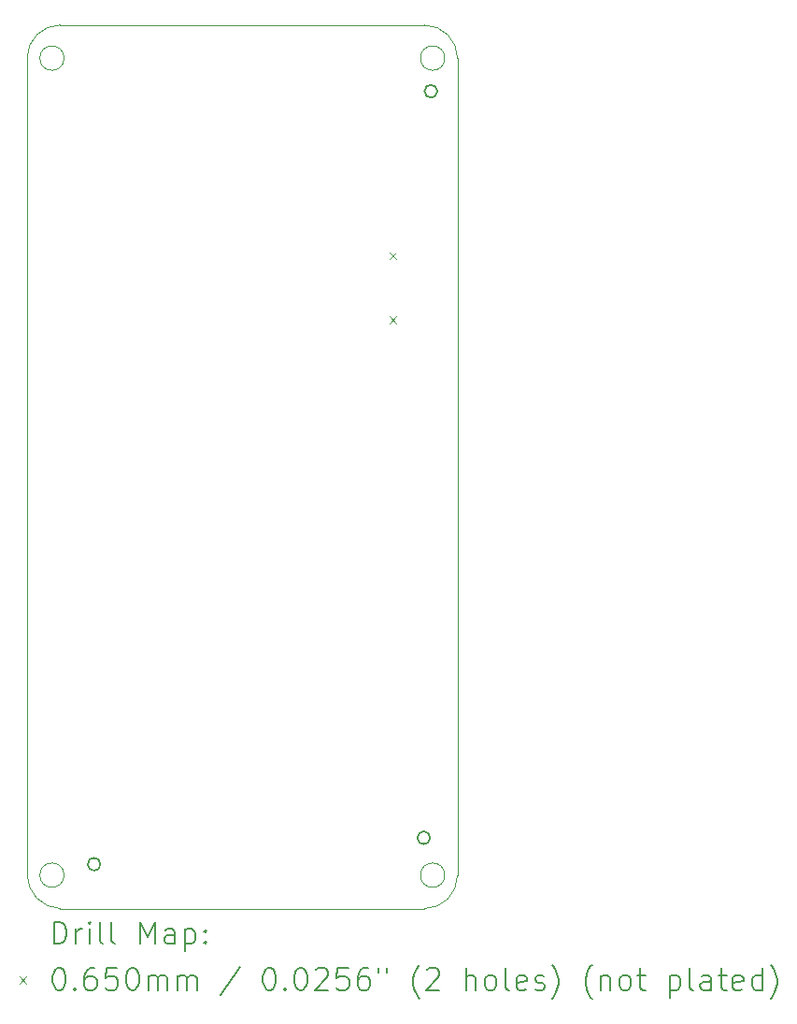
<source format=gbr>
%TF.GenerationSoftware,KiCad,Pcbnew,7.0.2-0*%
%TF.CreationDate,2023-10-23T21:08:17-05:00*%
%TF.ProjectId,Flight Computer,466c6967-6874-4204-936f-6d7075746572,1.1*%
%TF.SameCoordinates,Original*%
%TF.FileFunction,Drillmap*%
%TF.FilePolarity,Positive*%
%FSLAX45Y45*%
G04 Gerber Fmt 4.5, Leading zero omitted, Abs format (unit mm)*
G04 Created by KiCad (PCBNEW 7.0.2-0) date 2023-10-23 21:08:17*
%MOMM*%
%LPD*%
G01*
G04 APERTURE LIST*
%ADD10C,0.100000*%
%ADD11C,0.150000*%
%ADD12C,0.200000*%
%ADD13C,0.065000*%
G04 APERTURE END LIST*
D10*
X12300000Y-2153250D02*
G75*
G03*
X12000000Y-1853250I-300000J0D01*
G01*
X8735000Y-2153250D02*
G75*
G03*
X8735000Y-2153250I-110000J0D01*
G01*
X8700000Y-1853250D02*
G75*
G03*
X8400000Y-2153250I0J-300000D01*
G01*
D11*
X12116600Y-2453000D02*
G75*
G03*
X12116600Y-2453000I-57600J0D01*
G01*
D10*
X12000000Y-1853250D02*
X8700000Y-1853250D01*
X8735000Y-9550000D02*
G75*
G03*
X8735000Y-9550000I-110000J0D01*
G01*
X12185000Y-2153250D02*
G75*
G03*
X12185000Y-2153250I-110000J0D01*
G01*
X12000000Y-9853250D02*
G75*
G03*
X12300000Y-9553250I0J300000D01*
G01*
X8399765Y-9541118D02*
G75*
G03*
X8700000Y-9853250I312366J-2D01*
G01*
X12185000Y-9550000D02*
G75*
G03*
X12185000Y-9550000I-110000J0D01*
G01*
D11*
X12052600Y-9212000D02*
G75*
G03*
X12052600Y-9212000I-57600J0D01*
G01*
D10*
X8700000Y-9853250D02*
X12000000Y-9853250D01*
D11*
X9064600Y-9451000D02*
G75*
G03*
X9064600Y-9451000I-57600J0D01*
G01*
D10*
X12300000Y-9553250D02*
X12300000Y-2153250D01*
X8400000Y-2153250D02*
X8400000Y-9541118D01*
D12*
D13*
X11683500Y-3910750D02*
X11748500Y-3975750D01*
X11748500Y-3910750D02*
X11683500Y-3975750D01*
X11683500Y-4488750D02*
X11748500Y-4553750D01*
X11748500Y-4488750D02*
X11683500Y-4553750D01*
D12*
X8642383Y-10170774D02*
X8642383Y-9970774D01*
X8642383Y-9970774D02*
X8690002Y-9970774D01*
X8690002Y-9970774D02*
X8718574Y-9980298D01*
X8718574Y-9980298D02*
X8737622Y-9999345D01*
X8737622Y-9999345D02*
X8747145Y-10018393D01*
X8747145Y-10018393D02*
X8756669Y-10056488D01*
X8756669Y-10056488D02*
X8756669Y-10085060D01*
X8756669Y-10085060D02*
X8747145Y-10123155D01*
X8747145Y-10123155D02*
X8737622Y-10142202D01*
X8737622Y-10142202D02*
X8718574Y-10161250D01*
X8718574Y-10161250D02*
X8690002Y-10170774D01*
X8690002Y-10170774D02*
X8642383Y-10170774D01*
X8842383Y-10170774D02*
X8842383Y-10037440D01*
X8842383Y-10075536D02*
X8851907Y-10056488D01*
X8851907Y-10056488D02*
X8861431Y-10046964D01*
X8861431Y-10046964D02*
X8880479Y-10037440D01*
X8880479Y-10037440D02*
X8899526Y-10037440D01*
X8966193Y-10170774D02*
X8966193Y-10037440D01*
X8966193Y-9970774D02*
X8956669Y-9980298D01*
X8956669Y-9980298D02*
X8966193Y-9989821D01*
X8966193Y-9989821D02*
X8975717Y-9980298D01*
X8975717Y-9980298D02*
X8966193Y-9970774D01*
X8966193Y-9970774D02*
X8966193Y-9989821D01*
X9090002Y-10170774D02*
X9070955Y-10161250D01*
X9070955Y-10161250D02*
X9061431Y-10142202D01*
X9061431Y-10142202D02*
X9061431Y-9970774D01*
X9194764Y-10170774D02*
X9175717Y-10161250D01*
X9175717Y-10161250D02*
X9166193Y-10142202D01*
X9166193Y-10142202D02*
X9166193Y-9970774D01*
X9423336Y-10170774D02*
X9423336Y-9970774D01*
X9423336Y-9970774D02*
X9490003Y-10113631D01*
X9490003Y-10113631D02*
X9556669Y-9970774D01*
X9556669Y-9970774D02*
X9556669Y-10170774D01*
X9737622Y-10170774D02*
X9737622Y-10066012D01*
X9737622Y-10066012D02*
X9728098Y-10046964D01*
X9728098Y-10046964D02*
X9709050Y-10037440D01*
X9709050Y-10037440D02*
X9670955Y-10037440D01*
X9670955Y-10037440D02*
X9651907Y-10046964D01*
X9737622Y-10161250D02*
X9718574Y-10170774D01*
X9718574Y-10170774D02*
X9670955Y-10170774D01*
X9670955Y-10170774D02*
X9651907Y-10161250D01*
X9651907Y-10161250D02*
X9642383Y-10142202D01*
X9642383Y-10142202D02*
X9642383Y-10123155D01*
X9642383Y-10123155D02*
X9651907Y-10104107D01*
X9651907Y-10104107D02*
X9670955Y-10094583D01*
X9670955Y-10094583D02*
X9718574Y-10094583D01*
X9718574Y-10094583D02*
X9737622Y-10085060D01*
X9832860Y-10037440D02*
X9832860Y-10237440D01*
X9832860Y-10046964D02*
X9851907Y-10037440D01*
X9851907Y-10037440D02*
X9890003Y-10037440D01*
X9890003Y-10037440D02*
X9909050Y-10046964D01*
X9909050Y-10046964D02*
X9918574Y-10056488D01*
X9918574Y-10056488D02*
X9928098Y-10075536D01*
X9928098Y-10075536D02*
X9928098Y-10132679D01*
X9928098Y-10132679D02*
X9918574Y-10151726D01*
X9918574Y-10151726D02*
X9909050Y-10161250D01*
X9909050Y-10161250D02*
X9890003Y-10170774D01*
X9890003Y-10170774D02*
X9851907Y-10170774D01*
X9851907Y-10170774D02*
X9832860Y-10161250D01*
X10013812Y-10151726D02*
X10023336Y-10161250D01*
X10023336Y-10161250D02*
X10013812Y-10170774D01*
X10013812Y-10170774D02*
X10004288Y-10161250D01*
X10004288Y-10161250D02*
X10013812Y-10151726D01*
X10013812Y-10151726D02*
X10013812Y-10170774D01*
X10013812Y-10046964D02*
X10023336Y-10056488D01*
X10023336Y-10056488D02*
X10013812Y-10066012D01*
X10013812Y-10066012D02*
X10004288Y-10056488D01*
X10004288Y-10056488D02*
X10013812Y-10046964D01*
X10013812Y-10046964D02*
X10013812Y-10066012D01*
D13*
X8329764Y-10465750D02*
X8394764Y-10530750D01*
X8394764Y-10465750D02*
X8329764Y-10530750D01*
D12*
X8680479Y-10390774D02*
X8699526Y-10390774D01*
X8699526Y-10390774D02*
X8718574Y-10400298D01*
X8718574Y-10400298D02*
X8728098Y-10409821D01*
X8728098Y-10409821D02*
X8737622Y-10428869D01*
X8737622Y-10428869D02*
X8747145Y-10466964D01*
X8747145Y-10466964D02*
X8747145Y-10514583D01*
X8747145Y-10514583D02*
X8737622Y-10552679D01*
X8737622Y-10552679D02*
X8728098Y-10571726D01*
X8728098Y-10571726D02*
X8718574Y-10581250D01*
X8718574Y-10581250D02*
X8699526Y-10590774D01*
X8699526Y-10590774D02*
X8680479Y-10590774D01*
X8680479Y-10590774D02*
X8661431Y-10581250D01*
X8661431Y-10581250D02*
X8651907Y-10571726D01*
X8651907Y-10571726D02*
X8642383Y-10552679D01*
X8642383Y-10552679D02*
X8632860Y-10514583D01*
X8632860Y-10514583D02*
X8632860Y-10466964D01*
X8632860Y-10466964D02*
X8642383Y-10428869D01*
X8642383Y-10428869D02*
X8651907Y-10409821D01*
X8651907Y-10409821D02*
X8661431Y-10400298D01*
X8661431Y-10400298D02*
X8680479Y-10390774D01*
X8832860Y-10571726D02*
X8842383Y-10581250D01*
X8842383Y-10581250D02*
X8832860Y-10590774D01*
X8832860Y-10590774D02*
X8823336Y-10581250D01*
X8823336Y-10581250D02*
X8832860Y-10571726D01*
X8832860Y-10571726D02*
X8832860Y-10590774D01*
X9013812Y-10390774D02*
X8975717Y-10390774D01*
X8975717Y-10390774D02*
X8956669Y-10400298D01*
X8956669Y-10400298D02*
X8947145Y-10409821D01*
X8947145Y-10409821D02*
X8928098Y-10438393D01*
X8928098Y-10438393D02*
X8918574Y-10476488D01*
X8918574Y-10476488D02*
X8918574Y-10552679D01*
X8918574Y-10552679D02*
X8928098Y-10571726D01*
X8928098Y-10571726D02*
X8937622Y-10581250D01*
X8937622Y-10581250D02*
X8956669Y-10590774D01*
X8956669Y-10590774D02*
X8994764Y-10590774D01*
X8994764Y-10590774D02*
X9013812Y-10581250D01*
X9013812Y-10581250D02*
X9023336Y-10571726D01*
X9023336Y-10571726D02*
X9032860Y-10552679D01*
X9032860Y-10552679D02*
X9032860Y-10505060D01*
X9032860Y-10505060D02*
X9023336Y-10486012D01*
X9023336Y-10486012D02*
X9013812Y-10476488D01*
X9013812Y-10476488D02*
X8994764Y-10466964D01*
X8994764Y-10466964D02*
X8956669Y-10466964D01*
X8956669Y-10466964D02*
X8937622Y-10476488D01*
X8937622Y-10476488D02*
X8928098Y-10486012D01*
X8928098Y-10486012D02*
X8918574Y-10505060D01*
X9213812Y-10390774D02*
X9118574Y-10390774D01*
X9118574Y-10390774D02*
X9109050Y-10486012D01*
X9109050Y-10486012D02*
X9118574Y-10476488D01*
X9118574Y-10476488D02*
X9137622Y-10466964D01*
X9137622Y-10466964D02*
X9185241Y-10466964D01*
X9185241Y-10466964D02*
X9204288Y-10476488D01*
X9204288Y-10476488D02*
X9213812Y-10486012D01*
X9213812Y-10486012D02*
X9223336Y-10505060D01*
X9223336Y-10505060D02*
X9223336Y-10552679D01*
X9223336Y-10552679D02*
X9213812Y-10571726D01*
X9213812Y-10571726D02*
X9204288Y-10581250D01*
X9204288Y-10581250D02*
X9185241Y-10590774D01*
X9185241Y-10590774D02*
X9137622Y-10590774D01*
X9137622Y-10590774D02*
X9118574Y-10581250D01*
X9118574Y-10581250D02*
X9109050Y-10571726D01*
X9347145Y-10390774D02*
X9366193Y-10390774D01*
X9366193Y-10390774D02*
X9385241Y-10400298D01*
X9385241Y-10400298D02*
X9394764Y-10409821D01*
X9394764Y-10409821D02*
X9404288Y-10428869D01*
X9404288Y-10428869D02*
X9413812Y-10466964D01*
X9413812Y-10466964D02*
X9413812Y-10514583D01*
X9413812Y-10514583D02*
X9404288Y-10552679D01*
X9404288Y-10552679D02*
X9394764Y-10571726D01*
X9394764Y-10571726D02*
X9385241Y-10581250D01*
X9385241Y-10581250D02*
X9366193Y-10590774D01*
X9366193Y-10590774D02*
X9347145Y-10590774D01*
X9347145Y-10590774D02*
X9328098Y-10581250D01*
X9328098Y-10581250D02*
X9318574Y-10571726D01*
X9318574Y-10571726D02*
X9309050Y-10552679D01*
X9309050Y-10552679D02*
X9299526Y-10514583D01*
X9299526Y-10514583D02*
X9299526Y-10466964D01*
X9299526Y-10466964D02*
X9309050Y-10428869D01*
X9309050Y-10428869D02*
X9318574Y-10409821D01*
X9318574Y-10409821D02*
X9328098Y-10400298D01*
X9328098Y-10400298D02*
X9347145Y-10390774D01*
X9499526Y-10590774D02*
X9499526Y-10457440D01*
X9499526Y-10476488D02*
X9509050Y-10466964D01*
X9509050Y-10466964D02*
X9528098Y-10457440D01*
X9528098Y-10457440D02*
X9556669Y-10457440D01*
X9556669Y-10457440D02*
X9575717Y-10466964D01*
X9575717Y-10466964D02*
X9585241Y-10486012D01*
X9585241Y-10486012D02*
X9585241Y-10590774D01*
X9585241Y-10486012D02*
X9594764Y-10466964D01*
X9594764Y-10466964D02*
X9613812Y-10457440D01*
X9613812Y-10457440D02*
X9642383Y-10457440D01*
X9642383Y-10457440D02*
X9661431Y-10466964D01*
X9661431Y-10466964D02*
X9670955Y-10486012D01*
X9670955Y-10486012D02*
X9670955Y-10590774D01*
X9766193Y-10590774D02*
X9766193Y-10457440D01*
X9766193Y-10476488D02*
X9775717Y-10466964D01*
X9775717Y-10466964D02*
X9794764Y-10457440D01*
X9794764Y-10457440D02*
X9823336Y-10457440D01*
X9823336Y-10457440D02*
X9842384Y-10466964D01*
X9842384Y-10466964D02*
X9851907Y-10486012D01*
X9851907Y-10486012D02*
X9851907Y-10590774D01*
X9851907Y-10486012D02*
X9861431Y-10466964D01*
X9861431Y-10466964D02*
X9880479Y-10457440D01*
X9880479Y-10457440D02*
X9909050Y-10457440D01*
X9909050Y-10457440D02*
X9928098Y-10466964D01*
X9928098Y-10466964D02*
X9937622Y-10486012D01*
X9937622Y-10486012D02*
X9937622Y-10590774D01*
X10328098Y-10381250D02*
X10156669Y-10638393D01*
X10585241Y-10390774D02*
X10604288Y-10390774D01*
X10604288Y-10390774D02*
X10623336Y-10400298D01*
X10623336Y-10400298D02*
X10632860Y-10409821D01*
X10632860Y-10409821D02*
X10642384Y-10428869D01*
X10642384Y-10428869D02*
X10651907Y-10466964D01*
X10651907Y-10466964D02*
X10651907Y-10514583D01*
X10651907Y-10514583D02*
X10642384Y-10552679D01*
X10642384Y-10552679D02*
X10632860Y-10571726D01*
X10632860Y-10571726D02*
X10623336Y-10581250D01*
X10623336Y-10581250D02*
X10604288Y-10590774D01*
X10604288Y-10590774D02*
X10585241Y-10590774D01*
X10585241Y-10590774D02*
X10566193Y-10581250D01*
X10566193Y-10581250D02*
X10556669Y-10571726D01*
X10556669Y-10571726D02*
X10547146Y-10552679D01*
X10547146Y-10552679D02*
X10537622Y-10514583D01*
X10537622Y-10514583D02*
X10537622Y-10466964D01*
X10537622Y-10466964D02*
X10547146Y-10428869D01*
X10547146Y-10428869D02*
X10556669Y-10409821D01*
X10556669Y-10409821D02*
X10566193Y-10400298D01*
X10566193Y-10400298D02*
X10585241Y-10390774D01*
X10737622Y-10571726D02*
X10747146Y-10581250D01*
X10747146Y-10581250D02*
X10737622Y-10590774D01*
X10737622Y-10590774D02*
X10728098Y-10581250D01*
X10728098Y-10581250D02*
X10737622Y-10571726D01*
X10737622Y-10571726D02*
X10737622Y-10590774D01*
X10870955Y-10390774D02*
X10890003Y-10390774D01*
X10890003Y-10390774D02*
X10909050Y-10400298D01*
X10909050Y-10400298D02*
X10918574Y-10409821D01*
X10918574Y-10409821D02*
X10928098Y-10428869D01*
X10928098Y-10428869D02*
X10937622Y-10466964D01*
X10937622Y-10466964D02*
X10937622Y-10514583D01*
X10937622Y-10514583D02*
X10928098Y-10552679D01*
X10928098Y-10552679D02*
X10918574Y-10571726D01*
X10918574Y-10571726D02*
X10909050Y-10581250D01*
X10909050Y-10581250D02*
X10890003Y-10590774D01*
X10890003Y-10590774D02*
X10870955Y-10590774D01*
X10870955Y-10590774D02*
X10851907Y-10581250D01*
X10851907Y-10581250D02*
X10842384Y-10571726D01*
X10842384Y-10571726D02*
X10832860Y-10552679D01*
X10832860Y-10552679D02*
X10823336Y-10514583D01*
X10823336Y-10514583D02*
X10823336Y-10466964D01*
X10823336Y-10466964D02*
X10832860Y-10428869D01*
X10832860Y-10428869D02*
X10842384Y-10409821D01*
X10842384Y-10409821D02*
X10851907Y-10400298D01*
X10851907Y-10400298D02*
X10870955Y-10390774D01*
X11013812Y-10409821D02*
X11023336Y-10400298D01*
X11023336Y-10400298D02*
X11042384Y-10390774D01*
X11042384Y-10390774D02*
X11090003Y-10390774D01*
X11090003Y-10390774D02*
X11109050Y-10400298D01*
X11109050Y-10400298D02*
X11118574Y-10409821D01*
X11118574Y-10409821D02*
X11128098Y-10428869D01*
X11128098Y-10428869D02*
X11128098Y-10447917D01*
X11128098Y-10447917D02*
X11118574Y-10476488D01*
X11118574Y-10476488D02*
X11004288Y-10590774D01*
X11004288Y-10590774D02*
X11128098Y-10590774D01*
X11309050Y-10390774D02*
X11213812Y-10390774D01*
X11213812Y-10390774D02*
X11204288Y-10486012D01*
X11204288Y-10486012D02*
X11213812Y-10476488D01*
X11213812Y-10476488D02*
X11232860Y-10466964D01*
X11232860Y-10466964D02*
X11280479Y-10466964D01*
X11280479Y-10466964D02*
X11299526Y-10476488D01*
X11299526Y-10476488D02*
X11309050Y-10486012D01*
X11309050Y-10486012D02*
X11318574Y-10505060D01*
X11318574Y-10505060D02*
X11318574Y-10552679D01*
X11318574Y-10552679D02*
X11309050Y-10571726D01*
X11309050Y-10571726D02*
X11299526Y-10581250D01*
X11299526Y-10581250D02*
X11280479Y-10590774D01*
X11280479Y-10590774D02*
X11232860Y-10590774D01*
X11232860Y-10590774D02*
X11213812Y-10581250D01*
X11213812Y-10581250D02*
X11204288Y-10571726D01*
X11490003Y-10390774D02*
X11451907Y-10390774D01*
X11451907Y-10390774D02*
X11432860Y-10400298D01*
X11432860Y-10400298D02*
X11423336Y-10409821D01*
X11423336Y-10409821D02*
X11404288Y-10438393D01*
X11404288Y-10438393D02*
X11394765Y-10476488D01*
X11394765Y-10476488D02*
X11394765Y-10552679D01*
X11394765Y-10552679D02*
X11404288Y-10571726D01*
X11404288Y-10571726D02*
X11413812Y-10581250D01*
X11413812Y-10581250D02*
X11432860Y-10590774D01*
X11432860Y-10590774D02*
X11470955Y-10590774D01*
X11470955Y-10590774D02*
X11490003Y-10581250D01*
X11490003Y-10581250D02*
X11499526Y-10571726D01*
X11499526Y-10571726D02*
X11509050Y-10552679D01*
X11509050Y-10552679D02*
X11509050Y-10505060D01*
X11509050Y-10505060D02*
X11499526Y-10486012D01*
X11499526Y-10486012D02*
X11490003Y-10476488D01*
X11490003Y-10476488D02*
X11470955Y-10466964D01*
X11470955Y-10466964D02*
X11432860Y-10466964D01*
X11432860Y-10466964D02*
X11413812Y-10476488D01*
X11413812Y-10476488D02*
X11404288Y-10486012D01*
X11404288Y-10486012D02*
X11394765Y-10505060D01*
X11585241Y-10390774D02*
X11585241Y-10428869D01*
X11661431Y-10390774D02*
X11661431Y-10428869D01*
X11956669Y-10666964D02*
X11947146Y-10657440D01*
X11947146Y-10657440D02*
X11928098Y-10628869D01*
X11928098Y-10628869D02*
X11918574Y-10609821D01*
X11918574Y-10609821D02*
X11909050Y-10581250D01*
X11909050Y-10581250D02*
X11899527Y-10533631D01*
X11899527Y-10533631D02*
X11899527Y-10495536D01*
X11899527Y-10495536D02*
X11909050Y-10447917D01*
X11909050Y-10447917D02*
X11918574Y-10419345D01*
X11918574Y-10419345D02*
X11928098Y-10400298D01*
X11928098Y-10400298D02*
X11947146Y-10371726D01*
X11947146Y-10371726D02*
X11956669Y-10362202D01*
X12023336Y-10409821D02*
X12032860Y-10400298D01*
X12032860Y-10400298D02*
X12051907Y-10390774D01*
X12051907Y-10390774D02*
X12099527Y-10390774D01*
X12099527Y-10390774D02*
X12118574Y-10400298D01*
X12118574Y-10400298D02*
X12128098Y-10409821D01*
X12128098Y-10409821D02*
X12137622Y-10428869D01*
X12137622Y-10428869D02*
X12137622Y-10447917D01*
X12137622Y-10447917D02*
X12128098Y-10476488D01*
X12128098Y-10476488D02*
X12013812Y-10590774D01*
X12013812Y-10590774D02*
X12137622Y-10590774D01*
X12375717Y-10590774D02*
X12375717Y-10390774D01*
X12461431Y-10590774D02*
X12461431Y-10486012D01*
X12461431Y-10486012D02*
X12451908Y-10466964D01*
X12451908Y-10466964D02*
X12432860Y-10457440D01*
X12432860Y-10457440D02*
X12404288Y-10457440D01*
X12404288Y-10457440D02*
X12385241Y-10466964D01*
X12385241Y-10466964D02*
X12375717Y-10476488D01*
X12585241Y-10590774D02*
X12566193Y-10581250D01*
X12566193Y-10581250D02*
X12556669Y-10571726D01*
X12556669Y-10571726D02*
X12547146Y-10552679D01*
X12547146Y-10552679D02*
X12547146Y-10495536D01*
X12547146Y-10495536D02*
X12556669Y-10476488D01*
X12556669Y-10476488D02*
X12566193Y-10466964D01*
X12566193Y-10466964D02*
X12585241Y-10457440D01*
X12585241Y-10457440D02*
X12613812Y-10457440D01*
X12613812Y-10457440D02*
X12632860Y-10466964D01*
X12632860Y-10466964D02*
X12642384Y-10476488D01*
X12642384Y-10476488D02*
X12651908Y-10495536D01*
X12651908Y-10495536D02*
X12651908Y-10552679D01*
X12651908Y-10552679D02*
X12642384Y-10571726D01*
X12642384Y-10571726D02*
X12632860Y-10581250D01*
X12632860Y-10581250D02*
X12613812Y-10590774D01*
X12613812Y-10590774D02*
X12585241Y-10590774D01*
X12766193Y-10590774D02*
X12747146Y-10581250D01*
X12747146Y-10581250D02*
X12737622Y-10562202D01*
X12737622Y-10562202D02*
X12737622Y-10390774D01*
X12918574Y-10581250D02*
X12899527Y-10590774D01*
X12899527Y-10590774D02*
X12861431Y-10590774D01*
X12861431Y-10590774D02*
X12842384Y-10581250D01*
X12842384Y-10581250D02*
X12832860Y-10562202D01*
X12832860Y-10562202D02*
X12832860Y-10486012D01*
X12832860Y-10486012D02*
X12842384Y-10466964D01*
X12842384Y-10466964D02*
X12861431Y-10457440D01*
X12861431Y-10457440D02*
X12899527Y-10457440D01*
X12899527Y-10457440D02*
X12918574Y-10466964D01*
X12918574Y-10466964D02*
X12928098Y-10486012D01*
X12928098Y-10486012D02*
X12928098Y-10505060D01*
X12928098Y-10505060D02*
X12832860Y-10524107D01*
X13004289Y-10581250D02*
X13023336Y-10590774D01*
X13023336Y-10590774D02*
X13061431Y-10590774D01*
X13061431Y-10590774D02*
X13080479Y-10581250D01*
X13080479Y-10581250D02*
X13090003Y-10562202D01*
X13090003Y-10562202D02*
X13090003Y-10552679D01*
X13090003Y-10552679D02*
X13080479Y-10533631D01*
X13080479Y-10533631D02*
X13061431Y-10524107D01*
X13061431Y-10524107D02*
X13032860Y-10524107D01*
X13032860Y-10524107D02*
X13013812Y-10514583D01*
X13013812Y-10514583D02*
X13004289Y-10495536D01*
X13004289Y-10495536D02*
X13004289Y-10486012D01*
X13004289Y-10486012D02*
X13013812Y-10466964D01*
X13013812Y-10466964D02*
X13032860Y-10457440D01*
X13032860Y-10457440D02*
X13061431Y-10457440D01*
X13061431Y-10457440D02*
X13080479Y-10466964D01*
X13156670Y-10666964D02*
X13166193Y-10657440D01*
X13166193Y-10657440D02*
X13185241Y-10628869D01*
X13185241Y-10628869D02*
X13194765Y-10609821D01*
X13194765Y-10609821D02*
X13204289Y-10581250D01*
X13204289Y-10581250D02*
X13213812Y-10533631D01*
X13213812Y-10533631D02*
X13213812Y-10495536D01*
X13213812Y-10495536D02*
X13204289Y-10447917D01*
X13204289Y-10447917D02*
X13194765Y-10419345D01*
X13194765Y-10419345D02*
X13185241Y-10400298D01*
X13185241Y-10400298D02*
X13166193Y-10371726D01*
X13166193Y-10371726D02*
X13156670Y-10362202D01*
X13518574Y-10666964D02*
X13509050Y-10657440D01*
X13509050Y-10657440D02*
X13490003Y-10628869D01*
X13490003Y-10628869D02*
X13480479Y-10609821D01*
X13480479Y-10609821D02*
X13470955Y-10581250D01*
X13470955Y-10581250D02*
X13461431Y-10533631D01*
X13461431Y-10533631D02*
X13461431Y-10495536D01*
X13461431Y-10495536D02*
X13470955Y-10447917D01*
X13470955Y-10447917D02*
X13480479Y-10419345D01*
X13480479Y-10419345D02*
X13490003Y-10400298D01*
X13490003Y-10400298D02*
X13509050Y-10371726D01*
X13509050Y-10371726D02*
X13518574Y-10362202D01*
X13594765Y-10457440D02*
X13594765Y-10590774D01*
X13594765Y-10476488D02*
X13604289Y-10466964D01*
X13604289Y-10466964D02*
X13623336Y-10457440D01*
X13623336Y-10457440D02*
X13651908Y-10457440D01*
X13651908Y-10457440D02*
X13670955Y-10466964D01*
X13670955Y-10466964D02*
X13680479Y-10486012D01*
X13680479Y-10486012D02*
X13680479Y-10590774D01*
X13804289Y-10590774D02*
X13785241Y-10581250D01*
X13785241Y-10581250D02*
X13775717Y-10571726D01*
X13775717Y-10571726D02*
X13766193Y-10552679D01*
X13766193Y-10552679D02*
X13766193Y-10495536D01*
X13766193Y-10495536D02*
X13775717Y-10476488D01*
X13775717Y-10476488D02*
X13785241Y-10466964D01*
X13785241Y-10466964D02*
X13804289Y-10457440D01*
X13804289Y-10457440D02*
X13832860Y-10457440D01*
X13832860Y-10457440D02*
X13851908Y-10466964D01*
X13851908Y-10466964D02*
X13861431Y-10476488D01*
X13861431Y-10476488D02*
X13870955Y-10495536D01*
X13870955Y-10495536D02*
X13870955Y-10552679D01*
X13870955Y-10552679D02*
X13861431Y-10571726D01*
X13861431Y-10571726D02*
X13851908Y-10581250D01*
X13851908Y-10581250D02*
X13832860Y-10590774D01*
X13832860Y-10590774D02*
X13804289Y-10590774D01*
X13928098Y-10457440D02*
X14004289Y-10457440D01*
X13956670Y-10390774D02*
X13956670Y-10562202D01*
X13956670Y-10562202D02*
X13966193Y-10581250D01*
X13966193Y-10581250D02*
X13985241Y-10590774D01*
X13985241Y-10590774D02*
X14004289Y-10590774D01*
X14223336Y-10457440D02*
X14223336Y-10657440D01*
X14223336Y-10466964D02*
X14242384Y-10457440D01*
X14242384Y-10457440D02*
X14280479Y-10457440D01*
X14280479Y-10457440D02*
X14299527Y-10466964D01*
X14299527Y-10466964D02*
X14309051Y-10476488D01*
X14309051Y-10476488D02*
X14318574Y-10495536D01*
X14318574Y-10495536D02*
X14318574Y-10552679D01*
X14318574Y-10552679D02*
X14309051Y-10571726D01*
X14309051Y-10571726D02*
X14299527Y-10581250D01*
X14299527Y-10581250D02*
X14280479Y-10590774D01*
X14280479Y-10590774D02*
X14242384Y-10590774D01*
X14242384Y-10590774D02*
X14223336Y-10581250D01*
X14432860Y-10590774D02*
X14413812Y-10581250D01*
X14413812Y-10581250D02*
X14404289Y-10562202D01*
X14404289Y-10562202D02*
X14404289Y-10390774D01*
X14594765Y-10590774D02*
X14594765Y-10486012D01*
X14594765Y-10486012D02*
X14585241Y-10466964D01*
X14585241Y-10466964D02*
X14566193Y-10457440D01*
X14566193Y-10457440D02*
X14528098Y-10457440D01*
X14528098Y-10457440D02*
X14509051Y-10466964D01*
X14594765Y-10581250D02*
X14575717Y-10590774D01*
X14575717Y-10590774D02*
X14528098Y-10590774D01*
X14528098Y-10590774D02*
X14509051Y-10581250D01*
X14509051Y-10581250D02*
X14499527Y-10562202D01*
X14499527Y-10562202D02*
X14499527Y-10543155D01*
X14499527Y-10543155D02*
X14509051Y-10524107D01*
X14509051Y-10524107D02*
X14528098Y-10514583D01*
X14528098Y-10514583D02*
X14575717Y-10514583D01*
X14575717Y-10514583D02*
X14594765Y-10505060D01*
X14661432Y-10457440D02*
X14737622Y-10457440D01*
X14690003Y-10390774D02*
X14690003Y-10562202D01*
X14690003Y-10562202D02*
X14699527Y-10581250D01*
X14699527Y-10581250D02*
X14718574Y-10590774D01*
X14718574Y-10590774D02*
X14737622Y-10590774D01*
X14880479Y-10581250D02*
X14861432Y-10590774D01*
X14861432Y-10590774D02*
X14823336Y-10590774D01*
X14823336Y-10590774D02*
X14804289Y-10581250D01*
X14804289Y-10581250D02*
X14794765Y-10562202D01*
X14794765Y-10562202D02*
X14794765Y-10486012D01*
X14794765Y-10486012D02*
X14804289Y-10466964D01*
X14804289Y-10466964D02*
X14823336Y-10457440D01*
X14823336Y-10457440D02*
X14861432Y-10457440D01*
X14861432Y-10457440D02*
X14880479Y-10466964D01*
X14880479Y-10466964D02*
X14890003Y-10486012D01*
X14890003Y-10486012D02*
X14890003Y-10505060D01*
X14890003Y-10505060D02*
X14794765Y-10524107D01*
X15061432Y-10590774D02*
X15061432Y-10390774D01*
X15061432Y-10581250D02*
X15042384Y-10590774D01*
X15042384Y-10590774D02*
X15004289Y-10590774D01*
X15004289Y-10590774D02*
X14985241Y-10581250D01*
X14985241Y-10581250D02*
X14975717Y-10571726D01*
X14975717Y-10571726D02*
X14966193Y-10552679D01*
X14966193Y-10552679D02*
X14966193Y-10495536D01*
X14966193Y-10495536D02*
X14975717Y-10476488D01*
X14975717Y-10476488D02*
X14985241Y-10466964D01*
X14985241Y-10466964D02*
X15004289Y-10457440D01*
X15004289Y-10457440D02*
X15042384Y-10457440D01*
X15042384Y-10457440D02*
X15061432Y-10466964D01*
X15137622Y-10666964D02*
X15147146Y-10657440D01*
X15147146Y-10657440D02*
X15166193Y-10628869D01*
X15166193Y-10628869D02*
X15175717Y-10609821D01*
X15175717Y-10609821D02*
X15185241Y-10581250D01*
X15185241Y-10581250D02*
X15194765Y-10533631D01*
X15194765Y-10533631D02*
X15194765Y-10495536D01*
X15194765Y-10495536D02*
X15185241Y-10447917D01*
X15185241Y-10447917D02*
X15175717Y-10419345D01*
X15175717Y-10419345D02*
X15166193Y-10400298D01*
X15166193Y-10400298D02*
X15147146Y-10371726D01*
X15147146Y-10371726D02*
X15137622Y-10362202D01*
M02*

</source>
